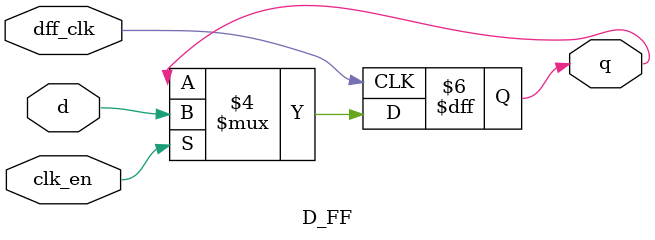
<source format=sv>
module D_FF (
    input dff_clk, clk_en, d,
    output reg q = 0
);

    always @ (posedge dff_clk) begin
        if (clk_en == 1) begin
            q <= d;
        end
    end
    
endmodule
</source>
